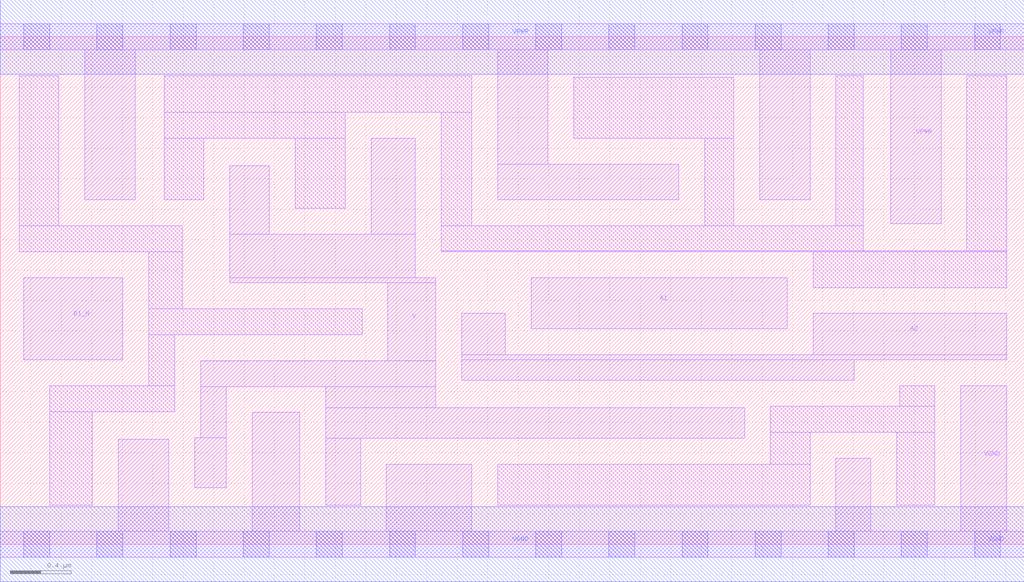
<source format=lef>
# Copyright 2020 The SkyWater PDK Authors
#
# Licensed under the Apache License, Version 2.0 (the "License");
# you may not use this file except in compliance with the License.
# You may obtain a copy of the License at
#
#     https://www.apache.org/licenses/LICENSE-2.0
#
# Unless required by applicable law or agreed to in writing, software
# distributed under the License is distributed on an "AS IS" BASIS,
# WITHOUT WARRANTIES OR CONDITIONS OF ANY KIND, either express or implied.
# See the License for the specific language governing permissions and
# limitations under the License.
#
# SPDX-License-Identifier: Apache-2.0

VERSION 5.7 ;
  NAMESCASESENSITIVE ON ;
  NOWIREEXTENSIONATPIN ON ;
  DIVIDERCHAR "/" ;
  BUSBITCHARS "[]" ;
UNITS
  DATABASE MICRONS 200 ;
END UNITS
MACRO sky130_fd_sc_lp__a21boi_4
  CLASS CORE ;
  SOURCE USER ;
  FOREIGN sky130_fd_sc_lp__a21boi_4 ;
  ORIGIN  0.000000  0.000000 ;
  SIZE  6.720000 BY  3.330000 ;
  SYMMETRY X Y R90 ;
  SITE unit ;
  PIN A1
    ANTENNAGATEAREA  1.260000 ;
    DIRECTION INPUT ;
    USE SIGNAL ;
    PORT
      LAYER li1 ;
        RECT 3.485000 1.415000 5.165000 1.750000 ;
    END
  END A1
  PIN A2
    ANTENNAGATEAREA  1.260000 ;
    DIRECTION INPUT ;
    USE SIGNAL ;
    PORT
      LAYER li1 ;
        RECT 3.030000 1.075000 5.605000 1.210000 ;
        RECT 3.030000 1.210000 6.605000 1.245000 ;
        RECT 3.030000 1.245000 3.315000 1.515000 ;
        RECT 5.335000 1.245000 6.605000 1.515000 ;
    END
  END A2
  PIN B1_N
    ANTENNAGATEAREA  0.315000 ;
    DIRECTION INPUT ;
    USE SIGNAL ;
    PORT
      LAYER li1 ;
        RECT 0.155000 1.210000 0.805000 1.750000 ;
    END
  END B1_N
  PIN Y
    ANTENNADIFFAREA  1.646400 ;
    DIRECTION OUTPUT ;
    USE SIGNAL ;
    PORT
      LAYER li1 ;
        RECT 1.275000 0.370000 1.485000 0.700000 ;
        RECT 1.315000 0.700000 1.485000 1.035000 ;
        RECT 1.315000 1.035000 2.860000 1.205000 ;
        RECT 1.505000 1.715000 2.860000 1.750000 ;
        RECT 1.505000 1.750000 2.725000 2.035000 ;
        RECT 1.505000 2.035000 1.765000 2.485000 ;
        RECT 2.135000 0.255000 2.365000 0.695000 ;
        RECT 2.135000 0.695000 4.885000 0.895000 ;
        RECT 2.135000 0.895000 2.860000 1.035000 ;
        RECT 2.435000 2.035000 2.725000 2.665000 ;
        RECT 2.545000 1.205000 2.860000 1.715000 ;
    END
  END Y
  PIN VGND
    DIRECTION INOUT ;
    USE GROUND ;
    PORT
      LAYER li1 ;
        RECT 0.000000 -0.085000 6.720000 0.085000 ;
        RECT 0.775000  0.085000 1.105000 0.690000 ;
        RECT 1.655000  0.085000 1.965000 0.865000 ;
        RECT 2.535000  0.085000 3.095000 0.525000 ;
        RECT 5.485000  0.085000 5.715000 0.565000 ;
        RECT 6.305000  0.085000 6.605000 1.040000 ;
      LAYER mcon ;
        RECT 0.155000 -0.085000 0.325000 0.085000 ;
        RECT 0.635000 -0.085000 0.805000 0.085000 ;
        RECT 1.115000 -0.085000 1.285000 0.085000 ;
        RECT 1.595000 -0.085000 1.765000 0.085000 ;
        RECT 2.075000 -0.085000 2.245000 0.085000 ;
        RECT 2.555000 -0.085000 2.725000 0.085000 ;
        RECT 3.035000 -0.085000 3.205000 0.085000 ;
        RECT 3.515000 -0.085000 3.685000 0.085000 ;
        RECT 3.995000 -0.085000 4.165000 0.085000 ;
        RECT 4.475000 -0.085000 4.645000 0.085000 ;
        RECT 4.955000 -0.085000 5.125000 0.085000 ;
        RECT 5.435000 -0.085000 5.605000 0.085000 ;
        RECT 5.915000 -0.085000 6.085000 0.085000 ;
        RECT 6.395000 -0.085000 6.565000 0.085000 ;
      LAYER met1 ;
        RECT 0.000000 -0.245000 6.720000 0.245000 ;
    END
  END VGND
  PIN VPWR
    DIRECTION INOUT ;
    USE POWER ;
    PORT
      LAYER li1 ;
        RECT 0.000000 3.245000 6.720000 3.415000 ;
        RECT 0.555000 2.260000 0.885000 3.245000 ;
        RECT 3.265000 2.260000 4.455000 2.495000 ;
        RECT 3.265000 2.495000 3.595000 3.245000 ;
        RECT 4.985000 2.260000 5.315000 3.245000 ;
        RECT 5.845000 2.105000 6.175000 3.245000 ;
      LAYER mcon ;
        RECT 0.155000 3.245000 0.325000 3.415000 ;
        RECT 0.635000 3.245000 0.805000 3.415000 ;
        RECT 1.115000 3.245000 1.285000 3.415000 ;
        RECT 1.595000 3.245000 1.765000 3.415000 ;
        RECT 2.075000 3.245000 2.245000 3.415000 ;
        RECT 2.555000 3.245000 2.725000 3.415000 ;
        RECT 3.035000 3.245000 3.205000 3.415000 ;
        RECT 3.515000 3.245000 3.685000 3.415000 ;
        RECT 3.995000 3.245000 4.165000 3.415000 ;
        RECT 4.475000 3.245000 4.645000 3.415000 ;
        RECT 4.955000 3.245000 5.125000 3.415000 ;
        RECT 5.435000 3.245000 5.605000 3.415000 ;
        RECT 5.915000 3.245000 6.085000 3.415000 ;
        RECT 6.395000 3.245000 6.565000 3.415000 ;
      LAYER met1 ;
        RECT 0.000000 3.085000 6.720000 3.575000 ;
    END
  END VPWR
  OBS
    LAYER li1 ;
      RECT 0.125000 1.920000 1.195000 2.090000 ;
      RECT 0.125000 2.090000 0.385000 3.075000 ;
      RECT 0.325000 0.255000 0.605000 0.870000 ;
      RECT 0.325000 0.870000 1.145000 1.040000 ;
      RECT 0.975000 1.040000 1.145000 1.375000 ;
      RECT 0.975000 1.375000 2.375000 1.545000 ;
      RECT 0.975000 1.545000 1.195000 1.920000 ;
      RECT 1.075000 2.260000 1.335000 2.665000 ;
      RECT 1.075000 2.665000 2.265000 2.835000 ;
      RECT 1.075000 2.835000 3.095000 3.075000 ;
      RECT 1.935000 2.205000 2.265000 2.665000 ;
      RECT 2.895000 1.920000 6.605000 1.925000 ;
      RECT 2.895000 1.925000 5.665000 2.090000 ;
      RECT 2.895000 2.090000 3.095000 2.835000 ;
      RECT 3.265000 0.255000 5.315000 0.525000 ;
      RECT 3.765000 2.665000 4.815000 3.065000 ;
      RECT 4.625000 2.090000 4.815000 2.665000 ;
      RECT 5.055000 0.525000 5.315000 0.735000 ;
      RECT 5.055000 0.735000 6.135000 0.905000 ;
      RECT 5.335000 1.685000 6.605000 1.920000 ;
      RECT 5.485000 2.090000 5.665000 3.075000 ;
      RECT 5.885000 0.255000 6.135000 0.735000 ;
      RECT 5.905000 0.905000 6.135000 1.040000 ;
      RECT 6.345000 1.925000 6.605000 3.075000 ;
  END
END sky130_fd_sc_lp__a21boi_4

</source>
